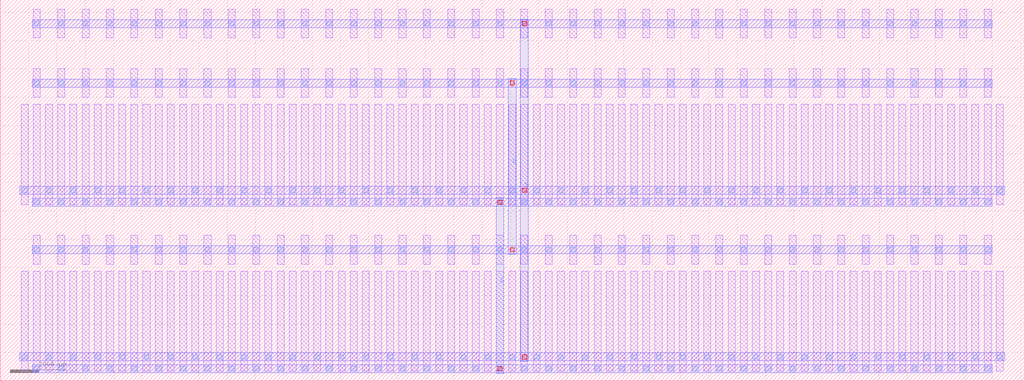
<source format=lef>
MACRO NMOS_S_80601593_X40_Y2
  UNITS 
    DATABASE MICRONS UNITS 1000;
  END UNITS 
  ORIGIN 0 0 ;
  FOREIGN NMOS_S_80601593_X40_Y2 0 0 ;
  SIZE 36120 BY 13440 ;
  PIN D
    DIRECTION INOUT ;
    USE SIGNAL ;
    PORT
      LAYER M3 ;
        RECT 17490 260 17770 6460 ;
    END
  END D
  PIN G
    DIRECTION INOUT ;
    USE SIGNAL ;
    PORT
      LAYER M3 ;
        RECT 17920 4460 18200 10660 ;
    END
  END G
  PIN S
    DIRECTION INOUT ;
    USE SIGNAL ;
    PORT
      LAYER M3 ;
        RECT 18350 680 18630 12760 ;
    END
  END S
  OBS
    LAYER M1 ;
      RECT 1165 335 1415 3865 ;
    LAYER M1 ;
      RECT 1165 4115 1415 5125 ;
    LAYER M1 ;
      RECT 1165 6215 1415 9745 ;
    LAYER M1 ;
      RECT 1165 9995 1415 11005 ;
    LAYER M1 ;
      RECT 1165 12095 1415 13105 ;
    LAYER M1 ;
      RECT 735 335 985 3865 ;
    LAYER M1 ;
      RECT 735 6215 985 9745 ;
    LAYER M1 ;
      RECT 1595 335 1845 3865 ;
    LAYER M1 ;
      RECT 1595 6215 1845 9745 ;
    LAYER M1 ;
      RECT 2025 335 2275 3865 ;
    LAYER M1 ;
      RECT 2025 4115 2275 5125 ;
    LAYER M1 ;
      RECT 2025 6215 2275 9745 ;
    LAYER M1 ;
      RECT 2025 9995 2275 11005 ;
    LAYER M1 ;
      RECT 2025 12095 2275 13105 ;
    LAYER M1 ;
      RECT 2455 335 2705 3865 ;
    LAYER M1 ;
      RECT 2455 6215 2705 9745 ;
    LAYER M1 ;
      RECT 2885 335 3135 3865 ;
    LAYER M1 ;
      RECT 2885 4115 3135 5125 ;
    LAYER M1 ;
      RECT 2885 6215 3135 9745 ;
    LAYER M1 ;
      RECT 2885 9995 3135 11005 ;
    LAYER M1 ;
      RECT 2885 12095 3135 13105 ;
    LAYER M1 ;
      RECT 3315 335 3565 3865 ;
    LAYER M1 ;
      RECT 3315 6215 3565 9745 ;
    LAYER M1 ;
      RECT 3745 335 3995 3865 ;
    LAYER M1 ;
      RECT 3745 4115 3995 5125 ;
    LAYER M1 ;
      RECT 3745 6215 3995 9745 ;
    LAYER M1 ;
      RECT 3745 9995 3995 11005 ;
    LAYER M1 ;
      RECT 3745 12095 3995 13105 ;
    LAYER M1 ;
      RECT 4175 335 4425 3865 ;
    LAYER M1 ;
      RECT 4175 6215 4425 9745 ;
    LAYER M1 ;
      RECT 4605 335 4855 3865 ;
    LAYER M1 ;
      RECT 4605 4115 4855 5125 ;
    LAYER M1 ;
      RECT 4605 6215 4855 9745 ;
    LAYER M1 ;
      RECT 4605 9995 4855 11005 ;
    LAYER M1 ;
      RECT 4605 12095 4855 13105 ;
    LAYER M1 ;
      RECT 5035 335 5285 3865 ;
    LAYER M1 ;
      RECT 5035 6215 5285 9745 ;
    LAYER M1 ;
      RECT 5465 335 5715 3865 ;
    LAYER M1 ;
      RECT 5465 4115 5715 5125 ;
    LAYER M1 ;
      RECT 5465 6215 5715 9745 ;
    LAYER M1 ;
      RECT 5465 9995 5715 11005 ;
    LAYER M1 ;
      RECT 5465 12095 5715 13105 ;
    LAYER M1 ;
      RECT 5895 335 6145 3865 ;
    LAYER M1 ;
      RECT 5895 6215 6145 9745 ;
    LAYER M1 ;
      RECT 6325 335 6575 3865 ;
    LAYER M1 ;
      RECT 6325 4115 6575 5125 ;
    LAYER M1 ;
      RECT 6325 6215 6575 9745 ;
    LAYER M1 ;
      RECT 6325 9995 6575 11005 ;
    LAYER M1 ;
      RECT 6325 12095 6575 13105 ;
    LAYER M1 ;
      RECT 6755 335 7005 3865 ;
    LAYER M1 ;
      RECT 6755 6215 7005 9745 ;
    LAYER M1 ;
      RECT 7185 335 7435 3865 ;
    LAYER M1 ;
      RECT 7185 4115 7435 5125 ;
    LAYER M1 ;
      RECT 7185 6215 7435 9745 ;
    LAYER M1 ;
      RECT 7185 9995 7435 11005 ;
    LAYER M1 ;
      RECT 7185 12095 7435 13105 ;
    LAYER M1 ;
      RECT 7615 335 7865 3865 ;
    LAYER M1 ;
      RECT 7615 6215 7865 9745 ;
    LAYER M1 ;
      RECT 8045 335 8295 3865 ;
    LAYER M1 ;
      RECT 8045 4115 8295 5125 ;
    LAYER M1 ;
      RECT 8045 6215 8295 9745 ;
    LAYER M1 ;
      RECT 8045 9995 8295 11005 ;
    LAYER M1 ;
      RECT 8045 12095 8295 13105 ;
    LAYER M1 ;
      RECT 8475 335 8725 3865 ;
    LAYER M1 ;
      RECT 8475 6215 8725 9745 ;
    LAYER M1 ;
      RECT 8905 335 9155 3865 ;
    LAYER M1 ;
      RECT 8905 4115 9155 5125 ;
    LAYER M1 ;
      RECT 8905 6215 9155 9745 ;
    LAYER M1 ;
      RECT 8905 9995 9155 11005 ;
    LAYER M1 ;
      RECT 8905 12095 9155 13105 ;
    LAYER M1 ;
      RECT 9335 335 9585 3865 ;
    LAYER M1 ;
      RECT 9335 6215 9585 9745 ;
    LAYER M1 ;
      RECT 9765 335 10015 3865 ;
    LAYER M1 ;
      RECT 9765 4115 10015 5125 ;
    LAYER M1 ;
      RECT 9765 6215 10015 9745 ;
    LAYER M1 ;
      RECT 9765 9995 10015 11005 ;
    LAYER M1 ;
      RECT 9765 12095 10015 13105 ;
    LAYER M1 ;
      RECT 10195 335 10445 3865 ;
    LAYER M1 ;
      RECT 10195 6215 10445 9745 ;
    LAYER M1 ;
      RECT 10625 335 10875 3865 ;
    LAYER M1 ;
      RECT 10625 4115 10875 5125 ;
    LAYER M1 ;
      RECT 10625 6215 10875 9745 ;
    LAYER M1 ;
      RECT 10625 9995 10875 11005 ;
    LAYER M1 ;
      RECT 10625 12095 10875 13105 ;
    LAYER M1 ;
      RECT 11055 335 11305 3865 ;
    LAYER M1 ;
      RECT 11055 6215 11305 9745 ;
    LAYER M1 ;
      RECT 11485 335 11735 3865 ;
    LAYER M1 ;
      RECT 11485 4115 11735 5125 ;
    LAYER M1 ;
      RECT 11485 6215 11735 9745 ;
    LAYER M1 ;
      RECT 11485 9995 11735 11005 ;
    LAYER M1 ;
      RECT 11485 12095 11735 13105 ;
    LAYER M1 ;
      RECT 11915 335 12165 3865 ;
    LAYER M1 ;
      RECT 11915 6215 12165 9745 ;
    LAYER M1 ;
      RECT 12345 335 12595 3865 ;
    LAYER M1 ;
      RECT 12345 4115 12595 5125 ;
    LAYER M1 ;
      RECT 12345 6215 12595 9745 ;
    LAYER M1 ;
      RECT 12345 9995 12595 11005 ;
    LAYER M1 ;
      RECT 12345 12095 12595 13105 ;
    LAYER M1 ;
      RECT 12775 335 13025 3865 ;
    LAYER M1 ;
      RECT 12775 6215 13025 9745 ;
    LAYER M1 ;
      RECT 13205 335 13455 3865 ;
    LAYER M1 ;
      RECT 13205 4115 13455 5125 ;
    LAYER M1 ;
      RECT 13205 6215 13455 9745 ;
    LAYER M1 ;
      RECT 13205 9995 13455 11005 ;
    LAYER M1 ;
      RECT 13205 12095 13455 13105 ;
    LAYER M1 ;
      RECT 13635 335 13885 3865 ;
    LAYER M1 ;
      RECT 13635 6215 13885 9745 ;
    LAYER M1 ;
      RECT 14065 335 14315 3865 ;
    LAYER M1 ;
      RECT 14065 4115 14315 5125 ;
    LAYER M1 ;
      RECT 14065 6215 14315 9745 ;
    LAYER M1 ;
      RECT 14065 9995 14315 11005 ;
    LAYER M1 ;
      RECT 14065 12095 14315 13105 ;
    LAYER M1 ;
      RECT 14495 335 14745 3865 ;
    LAYER M1 ;
      RECT 14495 6215 14745 9745 ;
    LAYER M1 ;
      RECT 14925 335 15175 3865 ;
    LAYER M1 ;
      RECT 14925 4115 15175 5125 ;
    LAYER M1 ;
      RECT 14925 6215 15175 9745 ;
    LAYER M1 ;
      RECT 14925 9995 15175 11005 ;
    LAYER M1 ;
      RECT 14925 12095 15175 13105 ;
    LAYER M1 ;
      RECT 15355 335 15605 3865 ;
    LAYER M1 ;
      RECT 15355 6215 15605 9745 ;
    LAYER M1 ;
      RECT 15785 335 16035 3865 ;
    LAYER M1 ;
      RECT 15785 4115 16035 5125 ;
    LAYER M1 ;
      RECT 15785 6215 16035 9745 ;
    LAYER M1 ;
      RECT 15785 9995 16035 11005 ;
    LAYER M1 ;
      RECT 15785 12095 16035 13105 ;
    LAYER M1 ;
      RECT 16215 335 16465 3865 ;
    LAYER M1 ;
      RECT 16215 6215 16465 9745 ;
    LAYER M1 ;
      RECT 16645 335 16895 3865 ;
    LAYER M1 ;
      RECT 16645 4115 16895 5125 ;
    LAYER M1 ;
      RECT 16645 6215 16895 9745 ;
    LAYER M1 ;
      RECT 16645 9995 16895 11005 ;
    LAYER M1 ;
      RECT 16645 12095 16895 13105 ;
    LAYER M1 ;
      RECT 17075 335 17325 3865 ;
    LAYER M1 ;
      RECT 17075 6215 17325 9745 ;
    LAYER M1 ;
      RECT 17505 335 17755 3865 ;
    LAYER M1 ;
      RECT 17505 4115 17755 5125 ;
    LAYER M1 ;
      RECT 17505 6215 17755 9745 ;
    LAYER M1 ;
      RECT 17505 9995 17755 11005 ;
    LAYER M1 ;
      RECT 17505 12095 17755 13105 ;
    LAYER M1 ;
      RECT 17935 335 18185 3865 ;
    LAYER M1 ;
      RECT 17935 6215 18185 9745 ;
    LAYER M1 ;
      RECT 18365 335 18615 3865 ;
    LAYER M1 ;
      RECT 18365 4115 18615 5125 ;
    LAYER M1 ;
      RECT 18365 6215 18615 9745 ;
    LAYER M1 ;
      RECT 18365 9995 18615 11005 ;
    LAYER M1 ;
      RECT 18365 12095 18615 13105 ;
    LAYER M1 ;
      RECT 18795 335 19045 3865 ;
    LAYER M1 ;
      RECT 18795 6215 19045 9745 ;
    LAYER M1 ;
      RECT 19225 335 19475 3865 ;
    LAYER M1 ;
      RECT 19225 4115 19475 5125 ;
    LAYER M1 ;
      RECT 19225 6215 19475 9745 ;
    LAYER M1 ;
      RECT 19225 9995 19475 11005 ;
    LAYER M1 ;
      RECT 19225 12095 19475 13105 ;
    LAYER M1 ;
      RECT 19655 335 19905 3865 ;
    LAYER M1 ;
      RECT 19655 6215 19905 9745 ;
    LAYER M1 ;
      RECT 20085 335 20335 3865 ;
    LAYER M1 ;
      RECT 20085 4115 20335 5125 ;
    LAYER M1 ;
      RECT 20085 6215 20335 9745 ;
    LAYER M1 ;
      RECT 20085 9995 20335 11005 ;
    LAYER M1 ;
      RECT 20085 12095 20335 13105 ;
    LAYER M1 ;
      RECT 20515 335 20765 3865 ;
    LAYER M1 ;
      RECT 20515 6215 20765 9745 ;
    LAYER M1 ;
      RECT 20945 335 21195 3865 ;
    LAYER M1 ;
      RECT 20945 4115 21195 5125 ;
    LAYER M1 ;
      RECT 20945 6215 21195 9745 ;
    LAYER M1 ;
      RECT 20945 9995 21195 11005 ;
    LAYER M1 ;
      RECT 20945 12095 21195 13105 ;
    LAYER M1 ;
      RECT 21375 335 21625 3865 ;
    LAYER M1 ;
      RECT 21375 6215 21625 9745 ;
    LAYER M1 ;
      RECT 21805 335 22055 3865 ;
    LAYER M1 ;
      RECT 21805 4115 22055 5125 ;
    LAYER M1 ;
      RECT 21805 6215 22055 9745 ;
    LAYER M1 ;
      RECT 21805 9995 22055 11005 ;
    LAYER M1 ;
      RECT 21805 12095 22055 13105 ;
    LAYER M1 ;
      RECT 22235 335 22485 3865 ;
    LAYER M1 ;
      RECT 22235 6215 22485 9745 ;
    LAYER M1 ;
      RECT 22665 335 22915 3865 ;
    LAYER M1 ;
      RECT 22665 4115 22915 5125 ;
    LAYER M1 ;
      RECT 22665 6215 22915 9745 ;
    LAYER M1 ;
      RECT 22665 9995 22915 11005 ;
    LAYER M1 ;
      RECT 22665 12095 22915 13105 ;
    LAYER M1 ;
      RECT 23095 335 23345 3865 ;
    LAYER M1 ;
      RECT 23095 6215 23345 9745 ;
    LAYER M1 ;
      RECT 23525 335 23775 3865 ;
    LAYER M1 ;
      RECT 23525 4115 23775 5125 ;
    LAYER M1 ;
      RECT 23525 6215 23775 9745 ;
    LAYER M1 ;
      RECT 23525 9995 23775 11005 ;
    LAYER M1 ;
      RECT 23525 12095 23775 13105 ;
    LAYER M1 ;
      RECT 23955 335 24205 3865 ;
    LAYER M1 ;
      RECT 23955 6215 24205 9745 ;
    LAYER M1 ;
      RECT 24385 335 24635 3865 ;
    LAYER M1 ;
      RECT 24385 4115 24635 5125 ;
    LAYER M1 ;
      RECT 24385 6215 24635 9745 ;
    LAYER M1 ;
      RECT 24385 9995 24635 11005 ;
    LAYER M1 ;
      RECT 24385 12095 24635 13105 ;
    LAYER M1 ;
      RECT 24815 335 25065 3865 ;
    LAYER M1 ;
      RECT 24815 6215 25065 9745 ;
    LAYER M1 ;
      RECT 25245 335 25495 3865 ;
    LAYER M1 ;
      RECT 25245 4115 25495 5125 ;
    LAYER M1 ;
      RECT 25245 6215 25495 9745 ;
    LAYER M1 ;
      RECT 25245 9995 25495 11005 ;
    LAYER M1 ;
      RECT 25245 12095 25495 13105 ;
    LAYER M1 ;
      RECT 25675 335 25925 3865 ;
    LAYER M1 ;
      RECT 25675 6215 25925 9745 ;
    LAYER M1 ;
      RECT 26105 335 26355 3865 ;
    LAYER M1 ;
      RECT 26105 4115 26355 5125 ;
    LAYER M1 ;
      RECT 26105 6215 26355 9745 ;
    LAYER M1 ;
      RECT 26105 9995 26355 11005 ;
    LAYER M1 ;
      RECT 26105 12095 26355 13105 ;
    LAYER M1 ;
      RECT 26535 335 26785 3865 ;
    LAYER M1 ;
      RECT 26535 6215 26785 9745 ;
    LAYER M1 ;
      RECT 26965 335 27215 3865 ;
    LAYER M1 ;
      RECT 26965 4115 27215 5125 ;
    LAYER M1 ;
      RECT 26965 6215 27215 9745 ;
    LAYER M1 ;
      RECT 26965 9995 27215 11005 ;
    LAYER M1 ;
      RECT 26965 12095 27215 13105 ;
    LAYER M1 ;
      RECT 27395 335 27645 3865 ;
    LAYER M1 ;
      RECT 27395 6215 27645 9745 ;
    LAYER M1 ;
      RECT 27825 335 28075 3865 ;
    LAYER M1 ;
      RECT 27825 4115 28075 5125 ;
    LAYER M1 ;
      RECT 27825 6215 28075 9745 ;
    LAYER M1 ;
      RECT 27825 9995 28075 11005 ;
    LAYER M1 ;
      RECT 27825 12095 28075 13105 ;
    LAYER M1 ;
      RECT 28255 335 28505 3865 ;
    LAYER M1 ;
      RECT 28255 6215 28505 9745 ;
    LAYER M1 ;
      RECT 28685 335 28935 3865 ;
    LAYER M1 ;
      RECT 28685 4115 28935 5125 ;
    LAYER M1 ;
      RECT 28685 6215 28935 9745 ;
    LAYER M1 ;
      RECT 28685 9995 28935 11005 ;
    LAYER M1 ;
      RECT 28685 12095 28935 13105 ;
    LAYER M1 ;
      RECT 29115 335 29365 3865 ;
    LAYER M1 ;
      RECT 29115 6215 29365 9745 ;
    LAYER M1 ;
      RECT 29545 335 29795 3865 ;
    LAYER M1 ;
      RECT 29545 4115 29795 5125 ;
    LAYER M1 ;
      RECT 29545 6215 29795 9745 ;
    LAYER M1 ;
      RECT 29545 9995 29795 11005 ;
    LAYER M1 ;
      RECT 29545 12095 29795 13105 ;
    LAYER M1 ;
      RECT 29975 335 30225 3865 ;
    LAYER M1 ;
      RECT 29975 6215 30225 9745 ;
    LAYER M1 ;
      RECT 30405 335 30655 3865 ;
    LAYER M1 ;
      RECT 30405 4115 30655 5125 ;
    LAYER M1 ;
      RECT 30405 6215 30655 9745 ;
    LAYER M1 ;
      RECT 30405 9995 30655 11005 ;
    LAYER M1 ;
      RECT 30405 12095 30655 13105 ;
    LAYER M1 ;
      RECT 30835 335 31085 3865 ;
    LAYER M1 ;
      RECT 30835 6215 31085 9745 ;
    LAYER M1 ;
      RECT 31265 335 31515 3865 ;
    LAYER M1 ;
      RECT 31265 4115 31515 5125 ;
    LAYER M1 ;
      RECT 31265 6215 31515 9745 ;
    LAYER M1 ;
      RECT 31265 9995 31515 11005 ;
    LAYER M1 ;
      RECT 31265 12095 31515 13105 ;
    LAYER M1 ;
      RECT 31695 335 31945 3865 ;
    LAYER M1 ;
      RECT 31695 6215 31945 9745 ;
    LAYER M1 ;
      RECT 32125 335 32375 3865 ;
    LAYER M1 ;
      RECT 32125 4115 32375 5125 ;
    LAYER M1 ;
      RECT 32125 6215 32375 9745 ;
    LAYER M1 ;
      RECT 32125 9995 32375 11005 ;
    LAYER M1 ;
      RECT 32125 12095 32375 13105 ;
    LAYER M1 ;
      RECT 32555 335 32805 3865 ;
    LAYER M1 ;
      RECT 32555 6215 32805 9745 ;
    LAYER M1 ;
      RECT 32985 335 33235 3865 ;
    LAYER M1 ;
      RECT 32985 4115 33235 5125 ;
    LAYER M1 ;
      RECT 32985 6215 33235 9745 ;
    LAYER M1 ;
      RECT 32985 9995 33235 11005 ;
    LAYER M1 ;
      RECT 32985 12095 33235 13105 ;
    LAYER M1 ;
      RECT 33415 335 33665 3865 ;
    LAYER M1 ;
      RECT 33415 6215 33665 9745 ;
    LAYER M1 ;
      RECT 33845 335 34095 3865 ;
    LAYER M1 ;
      RECT 33845 4115 34095 5125 ;
    LAYER M1 ;
      RECT 33845 6215 34095 9745 ;
    LAYER M1 ;
      RECT 33845 9995 34095 11005 ;
    LAYER M1 ;
      RECT 33845 12095 34095 13105 ;
    LAYER M1 ;
      RECT 34275 335 34525 3865 ;
    LAYER M1 ;
      RECT 34275 6215 34525 9745 ;
    LAYER M1 ;
      RECT 34705 335 34955 3865 ;
    LAYER M1 ;
      RECT 34705 4115 34955 5125 ;
    LAYER M1 ;
      RECT 34705 6215 34955 9745 ;
    LAYER M1 ;
      RECT 34705 9995 34955 11005 ;
    LAYER M1 ;
      RECT 34705 12095 34955 13105 ;
    LAYER M1 ;
      RECT 35135 335 35385 3865 ;
    LAYER M1 ;
      RECT 35135 6215 35385 9745 ;
    LAYER M2 ;
      RECT 1120 280 35000 560 ;
    LAYER M2 ;
      RECT 1120 4480 35000 4760 ;
    LAYER M2 ;
      RECT 690 700 35430 980 ;
    LAYER M2 ;
      RECT 1120 6160 35000 6440 ;
    LAYER M2 ;
      RECT 1120 10360 35000 10640 ;
    LAYER M2 ;
      RECT 1120 12460 35000 12740 ;
    LAYER M2 ;
      RECT 690 6580 35430 6860 ;
    LAYER V1 ;
      RECT 1205 335 1375 505 ;
    LAYER V1 ;
      RECT 1205 4535 1375 4705 ;
    LAYER V1 ;
      RECT 1205 6215 1375 6385 ;
    LAYER V1 ;
      RECT 1205 10415 1375 10585 ;
    LAYER V1 ;
      RECT 1205 12515 1375 12685 ;
    LAYER V1 ;
      RECT 2065 335 2235 505 ;
    LAYER V1 ;
      RECT 2065 4535 2235 4705 ;
    LAYER V1 ;
      RECT 2065 6215 2235 6385 ;
    LAYER V1 ;
      RECT 2065 10415 2235 10585 ;
    LAYER V1 ;
      RECT 2065 12515 2235 12685 ;
    LAYER V1 ;
      RECT 2925 335 3095 505 ;
    LAYER V1 ;
      RECT 2925 4535 3095 4705 ;
    LAYER V1 ;
      RECT 2925 6215 3095 6385 ;
    LAYER V1 ;
      RECT 2925 10415 3095 10585 ;
    LAYER V1 ;
      RECT 2925 12515 3095 12685 ;
    LAYER V1 ;
      RECT 3785 335 3955 505 ;
    LAYER V1 ;
      RECT 3785 4535 3955 4705 ;
    LAYER V1 ;
      RECT 3785 6215 3955 6385 ;
    LAYER V1 ;
      RECT 3785 10415 3955 10585 ;
    LAYER V1 ;
      RECT 3785 12515 3955 12685 ;
    LAYER V1 ;
      RECT 4645 335 4815 505 ;
    LAYER V1 ;
      RECT 4645 4535 4815 4705 ;
    LAYER V1 ;
      RECT 4645 6215 4815 6385 ;
    LAYER V1 ;
      RECT 4645 10415 4815 10585 ;
    LAYER V1 ;
      RECT 4645 12515 4815 12685 ;
    LAYER V1 ;
      RECT 5505 335 5675 505 ;
    LAYER V1 ;
      RECT 5505 4535 5675 4705 ;
    LAYER V1 ;
      RECT 5505 6215 5675 6385 ;
    LAYER V1 ;
      RECT 5505 10415 5675 10585 ;
    LAYER V1 ;
      RECT 5505 12515 5675 12685 ;
    LAYER V1 ;
      RECT 6365 335 6535 505 ;
    LAYER V1 ;
      RECT 6365 4535 6535 4705 ;
    LAYER V1 ;
      RECT 6365 6215 6535 6385 ;
    LAYER V1 ;
      RECT 6365 10415 6535 10585 ;
    LAYER V1 ;
      RECT 6365 12515 6535 12685 ;
    LAYER V1 ;
      RECT 7225 335 7395 505 ;
    LAYER V1 ;
      RECT 7225 4535 7395 4705 ;
    LAYER V1 ;
      RECT 7225 6215 7395 6385 ;
    LAYER V1 ;
      RECT 7225 10415 7395 10585 ;
    LAYER V1 ;
      RECT 7225 12515 7395 12685 ;
    LAYER V1 ;
      RECT 8085 335 8255 505 ;
    LAYER V1 ;
      RECT 8085 4535 8255 4705 ;
    LAYER V1 ;
      RECT 8085 6215 8255 6385 ;
    LAYER V1 ;
      RECT 8085 10415 8255 10585 ;
    LAYER V1 ;
      RECT 8085 12515 8255 12685 ;
    LAYER V1 ;
      RECT 8945 335 9115 505 ;
    LAYER V1 ;
      RECT 8945 4535 9115 4705 ;
    LAYER V1 ;
      RECT 8945 6215 9115 6385 ;
    LAYER V1 ;
      RECT 8945 10415 9115 10585 ;
    LAYER V1 ;
      RECT 8945 12515 9115 12685 ;
    LAYER V1 ;
      RECT 9805 335 9975 505 ;
    LAYER V1 ;
      RECT 9805 4535 9975 4705 ;
    LAYER V1 ;
      RECT 9805 6215 9975 6385 ;
    LAYER V1 ;
      RECT 9805 10415 9975 10585 ;
    LAYER V1 ;
      RECT 9805 12515 9975 12685 ;
    LAYER V1 ;
      RECT 10665 335 10835 505 ;
    LAYER V1 ;
      RECT 10665 4535 10835 4705 ;
    LAYER V1 ;
      RECT 10665 6215 10835 6385 ;
    LAYER V1 ;
      RECT 10665 10415 10835 10585 ;
    LAYER V1 ;
      RECT 10665 12515 10835 12685 ;
    LAYER V1 ;
      RECT 11525 335 11695 505 ;
    LAYER V1 ;
      RECT 11525 4535 11695 4705 ;
    LAYER V1 ;
      RECT 11525 6215 11695 6385 ;
    LAYER V1 ;
      RECT 11525 10415 11695 10585 ;
    LAYER V1 ;
      RECT 11525 12515 11695 12685 ;
    LAYER V1 ;
      RECT 12385 335 12555 505 ;
    LAYER V1 ;
      RECT 12385 4535 12555 4705 ;
    LAYER V1 ;
      RECT 12385 6215 12555 6385 ;
    LAYER V1 ;
      RECT 12385 10415 12555 10585 ;
    LAYER V1 ;
      RECT 12385 12515 12555 12685 ;
    LAYER V1 ;
      RECT 13245 335 13415 505 ;
    LAYER V1 ;
      RECT 13245 4535 13415 4705 ;
    LAYER V1 ;
      RECT 13245 6215 13415 6385 ;
    LAYER V1 ;
      RECT 13245 10415 13415 10585 ;
    LAYER V1 ;
      RECT 13245 12515 13415 12685 ;
    LAYER V1 ;
      RECT 14105 335 14275 505 ;
    LAYER V1 ;
      RECT 14105 4535 14275 4705 ;
    LAYER V1 ;
      RECT 14105 6215 14275 6385 ;
    LAYER V1 ;
      RECT 14105 10415 14275 10585 ;
    LAYER V1 ;
      RECT 14105 12515 14275 12685 ;
    LAYER V1 ;
      RECT 14965 335 15135 505 ;
    LAYER V1 ;
      RECT 14965 4535 15135 4705 ;
    LAYER V1 ;
      RECT 14965 6215 15135 6385 ;
    LAYER V1 ;
      RECT 14965 10415 15135 10585 ;
    LAYER V1 ;
      RECT 14965 12515 15135 12685 ;
    LAYER V1 ;
      RECT 15825 335 15995 505 ;
    LAYER V1 ;
      RECT 15825 4535 15995 4705 ;
    LAYER V1 ;
      RECT 15825 6215 15995 6385 ;
    LAYER V1 ;
      RECT 15825 10415 15995 10585 ;
    LAYER V1 ;
      RECT 15825 12515 15995 12685 ;
    LAYER V1 ;
      RECT 16685 335 16855 505 ;
    LAYER V1 ;
      RECT 16685 4535 16855 4705 ;
    LAYER V1 ;
      RECT 16685 6215 16855 6385 ;
    LAYER V1 ;
      RECT 16685 10415 16855 10585 ;
    LAYER V1 ;
      RECT 16685 12515 16855 12685 ;
    LAYER V1 ;
      RECT 17545 335 17715 505 ;
    LAYER V1 ;
      RECT 17545 4535 17715 4705 ;
    LAYER V1 ;
      RECT 17545 6215 17715 6385 ;
    LAYER V1 ;
      RECT 17545 10415 17715 10585 ;
    LAYER V1 ;
      RECT 17545 12515 17715 12685 ;
    LAYER V1 ;
      RECT 18405 335 18575 505 ;
    LAYER V1 ;
      RECT 18405 4535 18575 4705 ;
    LAYER V1 ;
      RECT 18405 6215 18575 6385 ;
    LAYER V1 ;
      RECT 18405 10415 18575 10585 ;
    LAYER V1 ;
      RECT 18405 12515 18575 12685 ;
    LAYER V1 ;
      RECT 19265 335 19435 505 ;
    LAYER V1 ;
      RECT 19265 4535 19435 4705 ;
    LAYER V1 ;
      RECT 19265 6215 19435 6385 ;
    LAYER V1 ;
      RECT 19265 10415 19435 10585 ;
    LAYER V1 ;
      RECT 19265 12515 19435 12685 ;
    LAYER V1 ;
      RECT 20125 335 20295 505 ;
    LAYER V1 ;
      RECT 20125 4535 20295 4705 ;
    LAYER V1 ;
      RECT 20125 6215 20295 6385 ;
    LAYER V1 ;
      RECT 20125 10415 20295 10585 ;
    LAYER V1 ;
      RECT 20125 12515 20295 12685 ;
    LAYER V1 ;
      RECT 20985 335 21155 505 ;
    LAYER V1 ;
      RECT 20985 4535 21155 4705 ;
    LAYER V1 ;
      RECT 20985 6215 21155 6385 ;
    LAYER V1 ;
      RECT 20985 10415 21155 10585 ;
    LAYER V1 ;
      RECT 20985 12515 21155 12685 ;
    LAYER V1 ;
      RECT 21845 335 22015 505 ;
    LAYER V1 ;
      RECT 21845 4535 22015 4705 ;
    LAYER V1 ;
      RECT 21845 6215 22015 6385 ;
    LAYER V1 ;
      RECT 21845 10415 22015 10585 ;
    LAYER V1 ;
      RECT 21845 12515 22015 12685 ;
    LAYER V1 ;
      RECT 22705 335 22875 505 ;
    LAYER V1 ;
      RECT 22705 4535 22875 4705 ;
    LAYER V1 ;
      RECT 22705 6215 22875 6385 ;
    LAYER V1 ;
      RECT 22705 10415 22875 10585 ;
    LAYER V1 ;
      RECT 22705 12515 22875 12685 ;
    LAYER V1 ;
      RECT 23565 335 23735 505 ;
    LAYER V1 ;
      RECT 23565 4535 23735 4705 ;
    LAYER V1 ;
      RECT 23565 6215 23735 6385 ;
    LAYER V1 ;
      RECT 23565 10415 23735 10585 ;
    LAYER V1 ;
      RECT 23565 12515 23735 12685 ;
    LAYER V1 ;
      RECT 24425 335 24595 505 ;
    LAYER V1 ;
      RECT 24425 4535 24595 4705 ;
    LAYER V1 ;
      RECT 24425 6215 24595 6385 ;
    LAYER V1 ;
      RECT 24425 10415 24595 10585 ;
    LAYER V1 ;
      RECT 24425 12515 24595 12685 ;
    LAYER V1 ;
      RECT 25285 335 25455 505 ;
    LAYER V1 ;
      RECT 25285 4535 25455 4705 ;
    LAYER V1 ;
      RECT 25285 6215 25455 6385 ;
    LAYER V1 ;
      RECT 25285 10415 25455 10585 ;
    LAYER V1 ;
      RECT 25285 12515 25455 12685 ;
    LAYER V1 ;
      RECT 26145 335 26315 505 ;
    LAYER V1 ;
      RECT 26145 4535 26315 4705 ;
    LAYER V1 ;
      RECT 26145 6215 26315 6385 ;
    LAYER V1 ;
      RECT 26145 10415 26315 10585 ;
    LAYER V1 ;
      RECT 26145 12515 26315 12685 ;
    LAYER V1 ;
      RECT 27005 335 27175 505 ;
    LAYER V1 ;
      RECT 27005 4535 27175 4705 ;
    LAYER V1 ;
      RECT 27005 6215 27175 6385 ;
    LAYER V1 ;
      RECT 27005 10415 27175 10585 ;
    LAYER V1 ;
      RECT 27005 12515 27175 12685 ;
    LAYER V1 ;
      RECT 27865 335 28035 505 ;
    LAYER V1 ;
      RECT 27865 4535 28035 4705 ;
    LAYER V1 ;
      RECT 27865 6215 28035 6385 ;
    LAYER V1 ;
      RECT 27865 10415 28035 10585 ;
    LAYER V1 ;
      RECT 27865 12515 28035 12685 ;
    LAYER V1 ;
      RECT 28725 335 28895 505 ;
    LAYER V1 ;
      RECT 28725 4535 28895 4705 ;
    LAYER V1 ;
      RECT 28725 6215 28895 6385 ;
    LAYER V1 ;
      RECT 28725 10415 28895 10585 ;
    LAYER V1 ;
      RECT 28725 12515 28895 12685 ;
    LAYER V1 ;
      RECT 29585 335 29755 505 ;
    LAYER V1 ;
      RECT 29585 4535 29755 4705 ;
    LAYER V1 ;
      RECT 29585 6215 29755 6385 ;
    LAYER V1 ;
      RECT 29585 10415 29755 10585 ;
    LAYER V1 ;
      RECT 29585 12515 29755 12685 ;
    LAYER V1 ;
      RECT 30445 335 30615 505 ;
    LAYER V1 ;
      RECT 30445 4535 30615 4705 ;
    LAYER V1 ;
      RECT 30445 6215 30615 6385 ;
    LAYER V1 ;
      RECT 30445 10415 30615 10585 ;
    LAYER V1 ;
      RECT 30445 12515 30615 12685 ;
    LAYER V1 ;
      RECT 31305 335 31475 505 ;
    LAYER V1 ;
      RECT 31305 4535 31475 4705 ;
    LAYER V1 ;
      RECT 31305 6215 31475 6385 ;
    LAYER V1 ;
      RECT 31305 10415 31475 10585 ;
    LAYER V1 ;
      RECT 31305 12515 31475 12685 ;
    LAYER V1 ;
      RECT 32165 335 32335 505 ;
    LAYER V1 ;
      RECT 32165 4535 32335 4705 ;
    LAYER V1 ;
      RECT 32165 6215 32335 6385 ;
    LAYER V1 ;
      RECT 32165 10415 32335 10585 ;
    LAYER V1 ;
      RECT 32165 12515 32335 12685 ;
    LAYER V1 ;
      RECT 33025 335 33195 505 ;
    LAYER V1 ;
      RECT 33025 4535 33195 4705 ;
    LAYER V1 ;
      RECT 33025 6215 33195 6385 ;
    LAYER V1 ;
      RECT 33025 10415 33195 10585 ;
    LAYER V1 ;
      RECT 33025 12515 33195 12685 ;
    LAYER V1 ;
      RECT 33885 335 34055 505 ;
    LAYER V1 ;
      RECT 33885 4535 34055 4705 ;
    LAYER V1 ;
      RECT 33885 6215 34055 6385 ;
    LAYER V1 ;
      RECT 33885 10415 34055 10585 ;
    LAYER V1 ;
      RECT 33885 12515 34055 12685 ;
    LAYER V1 ;
      RECT 34745 335 34915 505 ;
    LAYER V1 ;
      RECT 34745 4535 34915 4705 ;
    LAYER V1 ;
      RECT 34745 6215 34915 6385 ;
    LAYER V1 ;
      RECT 34745 10415 34915 10585 ;
    LAYER V1 ;
      RECT 34745 12515 34915 12685 ;
    LAYER V1 ;
      RECT 775 755 945 925 ;
    LAYER V1 ;
      RECT 775 6635 945 6805 ;
    LAYER V1 ;
      RECT 1635 755 1805 925 ;
    LAYER V1 ;
      RECT 1635 6635 1805 6805 ;
    LAYER V1 ;
      RECT 2495 755 2665 925 ;
    LAYER V1 ;
      RECT 2495 6635 2665 6805 ;
    LAYER V1 ;
      RECT 3355 755 3525 925 ;
    LAYER V1 ;
      RECT 3355 6635 3525 6805 ;
    LAYER V1 ;
      RECT 4215 755 4385 925 ;
    LAYER V1 ;
      RECT 4215 6635 4385 6805 ;
    LAYER V1 ;
      RECT 5075 755 5245 925 ;
    LAYER V1 ;
      RECT 5075 6635 5245 6805 ;
    LAYER V1 ;
      RECT 5935 755 6105 925 ;
    LAYER V1 ;
      RECT 5935 6635 6105 6805 ;
    LAYER V1 ;
      RECT 6795 755 6965 925 ;
    LAYER V1 ;
      RECT 6795 6635 6965 6805 ;
    LAYER V1 ;
      RECT 7655 755 7825 925 ;
    LAYER V1 ;
      RECT 7655 6635 7825 6805 ;
    LAYER V1 ;
      RECT 8515 755 8685 925 ;
    LAYER V1 ;
      RECT 8515 6635 8685 6805 ;
    LAYER V1 ;
      RECT 9375 755 9545 925 ;
    LAYER V1 ;
      RECT 9375 6635 9545 6805 ;
    LAYER V1 ;
      RECT 10235 755 10405 925 ;
    LAYER V1 ;
      RECT 10235 6635 10405 6805 ;
    LAYER V1 ;
      RECT 11095 755 11265 925 ;
    LAYER V1 ;
      RECT 11095 6635 11265 6805 ;
    LAYER V1 ;
      RECT 11955 755 12125 925 ;
    LAYER V1 ;
      RECT 11955 6635 12125 6805 ;
    LAYER V1 ;
      RECT 12815 755 12985 925 ;
    LAYER V1 ;
      RECT 12815 6635 12985 6805 ;
    LAYER V1 ;
      RECT 13675 755 13845 925 ;
    LAYER V1 ;
      RECT 13675 6635 13845 6805 ;
    LAYER V1 ;
      RECT 14535 755 14705 925 ;
    LAYER V1 ;
      RECT 14535 6635 14705 6805 ;
    LAYER V1 ;
      RECT 15395 755 15565 925 ;
    LAYER V1 ;
      RECT 15395 6635 15565 6805 ;
    LAYER V1 ;
      RECT 16255 755 16425 925 ;
    LAYER V1 ;
      RECT 16255 6635 16425 6805 ;
    LAYER V1 ;
      RECT 17115 755 17285 925 ;
    LAYER V1 ;
      RECT 17115 6635 17285 6805 ;
    LAYER V1 ;
      RECT 17975 755 18145 925 ;
    LAYER V1 ;
      RECT 17975 6635 18145 6805 ;
    LAYER V1 ;
      RECT 18835 755 19005 925 ;
    LAYER V1 ;
      RECT 18835 6635 19005 6805 ;
    LAYER V1 ;
      RECT 19695 755 19865 925 ;
    LAYER V1 ;
      RECT 19695 6635 19865 6805 ;
    LAYER V1 ;
      RECT 20555 755 20725 925 ;
    LAYER V1 ;
      RECT 20555 6635 20725 6805 ;
    LAYER V1 ;
      RECT 21415 755 21585 925 ;
    LAYER V1 ;
      RECT 21415 6635 21585 6805 ;
    LAYER V1 ;
      RECT 22275 755 22445 925 ;
    LAYER V1 ;
      RECT 22275 6635 22445 6805 ;
    LAYER V1 ;
      RECT 23135 755 23305 925 ;
    LAYER V1 ;
      RECT 23135 6635 23305 6805 ;
    LAYER V1 ;
      RECT 23995 755 24165 925 ;
    LAYER V1 ;
      RECT 23995 6635 24165 6805 ;
    LAYER V1 ;
      RECT 24855 755 25025 925 ;
    LAYER V1 ;
      RECT 24855 6635 25025 6805 ;
    LAYER V1 ;
      RECT 25715 755 25885 925 ;
    LAYER V1 ;
      RECT 25715 6635 25885 6805 ;
    LAYER V1 ;
      RECT 26575 755 26745 925 ;
    LAYER V1 ;
      RECT 26575 6635 26745 6805 ;
    LAYER V1 ;
      RECT 27435 755 27605 925 ;
    LAYER V1 ;
      RECT 27435 6635 27605 6805 ;
    LAYER V1 ;
      RECT 28295 755 28465 925 ;
    LAYER V1 ;
      RECT 28295 6635 28465 6805 ;
    LAYER V1 ;
      RECT 29155 755 29325 925 ;
    LAYER V1 ;
      RECT 29155 6635 29325 6805 ;
    LAYER V1 ;
      RECT 30015 755 30185 925 ;
    LAYER V1 ;
      RECT 30015 6635 30185 6805 ;
    LAYER V1 ;
      RECT 30875 755 31045 925 ;
    LAYER V1 ;
      RECT 30875 6635 31045 6805 ;
    LAYER V1 ;
      RECT 31735 755 31905 925 ;
    LAYER V1 ;
      RECT 31735 6635 31905 6805 ;
    LAYER V1 ;
      RECT 32595 755 32765 925 ;
    LAYER V1 ;
      RECT 32595 6635 32765 6805 ;
    LAYER V1 ;
      RECT 33455 755 33625 925 ;
    LAYER V1 ;
      RECT 33455 6635 33625 6805 ;
    LAYER V1 ;
      RECT 34315 755 34485 925 ;
    LAYER V1 ;
      RECT 34315 6635 34485 6805 ;
    LAYER V1 ;
      RECT 35175 755 35345 925 ;
    LAYER V1 ;
      RECT 35175 6635 35345 6805 ;
    LAYER V2 ;
      RECT 17555 345 17705 495 ;
    LAYER V2 ;
      RECT 17555 6225 17705 6375 ;
    LAYER V2 ;
      RECT 17985 4545 18135 4695 ;
    LAYER V2 ;
      RECT 17985 10425 18135 10575 ;
    LAYER V2 ;
      RECT 18415 765 18565 915 ;
    LAYER V2 ;
      RECT 18415 6645 18565 6795 ;
    LAYER V2 ;
      RECT 18415 12525 18565 12675 ;
  END
END NMOS_S_80601593_X40_Y2

</source>
